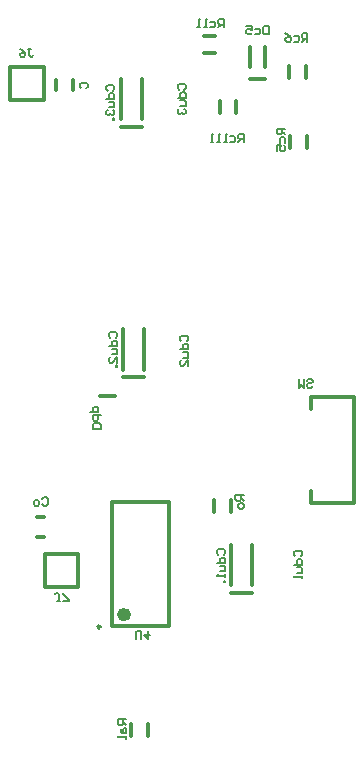
<source format=gbr>
%TF.GenerationSoftware,Altium Limited,Altium Designer,19.0.15 (446)*%
G04 Layer_Color=65535*
%FSLAX42Y42*%
%MOMM*%
%TF.FileFunction,Legend,Bot*%
%TF.Part,Single*%
G01*
G75*
%TA.AperFunction,NonConductor*%
%ADD37C,0.60*%
%ADD38C,0.25*%
%ADD39C,0.30*%
%ADD40C,0.20*%
D37*
X5152Y6996D02*
G03*
X5152Y6996I-30J0D01*
G01*
D38*
X4922Y6892D02*
G03*
X4922Y6892I-12J0D01*
G01*
D39*
X7065Y7940D02*
Y8840D01*
X6705D02*
X7065D01*
X6705Y7940D02*
X7065D01*
X6705Y8740D02*
Y8840D01*
Y7940D02*
Y8040D01*
X5880Y7863D02*
Y7962D01*
X6025Y7863D02*
Y7962D01*
X4160Y11632D02*
X4440D01*
X4160Y11352D02*
Y11632D01*
Y11352D02*
X4440D01*
Y11632D01*
X5095Y11122D02*
X5275D01*
Y11190D02*
Y11530D01*
X5095Y11190D02*
Y11530D01*
X5110Y9003D02*
X5290D01*
Y9070D02*
Y9410D01*
X5110Y9070D02*
Y9410D01*
X4918Y8850D02*
X5047D01*
X5022Y7946D02*
X5502D01*
X5022Y6896D02*
X5502D01*
Y7946D01*
X5022Y6896D02*
Y7946D01*
X6025Y7175D02*
X6205D01*
Y7243D02*
Y7582D01*
X6025Y7243D02*
Y7582D01*
X4693Y11438D02*
Y11518D01*
X4543Y11438D02*
Y11518D01*
X5795Y11893D02*
X5895D01*
X5795Y11753D02*
X5895D01*
X6670Y10945D02*
Y11045D01*
X6530Y10945D02*
Y11045D01*
X4455Y7225D02*
Y7505D01*
X4455D02*
X4735D01*
Y7225D02*
Y7505D01*
X4455Y7225D02*
X4735D01*
X6665Y11538D02*
Y11638D01*
X6520Y11538D02*
Y11638D01*
X5933Y11242D02*
Y11342D01*
X6067Y11242D02*
Y11342D01*
X6185Y11633D02*
Y11802D01*
X6315Y11633D02*
Y11802D01*
X6185Y11533D02*
X6315D01*
X4388Y7825D02*
X4447D01*
X4388Y7655D02*
X4447D01*
X5182Y5970D02*
Y6070D01*
X5328Y5970D02*
Y6070D01*
D40*
X6671Y8976D02*
X6683Y8987D01*
X6706D01*
X6718Y8976D01*
Y8964D01*
X6706Y8952D01*
X6683D01*
X6671Y8941D01*
Y8929D01*
X6683Y8918D01*
X6706D01*
X6718Y8929D01*
X6648Y8987D02*
Y8918D01*
X6624Y8941D01*
X6601Y8918D01*
Y8987D01*
X6135Y8007D02*
X6065D01*
Y7973D01*
X6077Y7961D01*
X6100D01*
X6112Y7973D01*
Y8007D01*
Y7984D02*
X6135Y7961D01*
Y7926D02*
Y7903D01*
X6123Y7891D01*
X6100D01*
X6088Y7903D01*
Y7926D01*
X6100Y7938D01*
X6123D01*
X6135Y7926D01*
X4308Y11787D02*
X4332D01*
X4320D01*
Y11729D01*
X4332Y11718D01*
X4343D01*
X4355Y11729D01*
X4238Y11787D02*
X4262Y11776D01*
X4285Y11752D01*
Y11729D01*
X4273Y11718D01*
X4250D01*
X4238Y11729D01*
Y11741D01*
X4250Y11752D01*
X4285D01*
X5587Y11441D02*
X5575Y11453D01*
Y11476D01*
X5587Y11488D01*
X5633D01*
X5645Y11476D01*
Y11453D01*
X5633Y11441D01*
X5575Y11371D02*
X5645D01*
Y11406D01*
X5633Y11418D01*
X5610D01*
X5598Y11406D01*
Y11371D01*
Y11348D02*
X5633D01*
X5645Y11336D01*
Y11301D01*
X5598D01*
X5587Y11278D02*
X5575Y11266D01*
Y11243D01*
X5587Y11231D01*
X5598D01*
X5610Y11243D01*
Y11254D01*
Y11243D01*
X5622Y11231D01*
X5633D01*
X5645Y11243D01*
Y11266D01*
X5633Y11278D01*
X4982Y11431D02*
X4970Y11443D01*
Y11466D01*
X4982Y11478D01*
X5028D01*
X5040Y11466D01*
Y11443D01*
X5028Y11431D01*
X4970Y11361D02*
X5040D01*
Y11396D01*
X5028Y11408D01*
X5005D01*
X4993Y11396D01*
Y11361D01*
Y11338D02*
X5028D01*
X5040Y11326D01*
Y11291D01*
X4993D01*
X4982Y11268D02*
X4970Y11256D01*
Y11233D01*
X4982Y11221D01*
X4993D01*
X5005Y11233D01*
Y11244D01*
Y11233D01*
X5017Y11221D01*
X5028D01*
X5040Y11233D01*
Y11256D01*
X5028Y11268D01*
X5040Y11198D02*
X5028D01*
Y11186D01*
X5040D01*
Y11198D01*
X5607Y9311D02*
X5595Y9323D01*
Y9346D01*
X5607Y9357D01*
X5653D01*
X5665Y9346D01*
Y9323D01*
X5653Y9311D01*
X5595Y9241D02*
X5665D01*
Y9276D01*
X5653Y9288D01*
X5630D01*
X5618Y9276D01*
Y9241D01*
Y9218D02*
X5653D01*
X5665Y9206D01*
Y9171D01*
X5618D01*
X5665Y9101D02*
Y9148D01*
X5618Y9101D01*
X5607D01*
X5595Y9113D01*
Y9136D01*
X5607Y9148D01*
X5007Y9338D02*
X4995Y9350D01*
Y9373D01*
X5007Y9385D01*
X5053D01*
X5065Y9373D01*
Y9350D01*
X5053Y9338D01*
X4995Y9268D02*
X5065D01*
Y9303D01*
X5053Y9315D01*
X5030D01*
X5018Y9303D01*
Y9268D01*
Y9245D02*
X5053D01*
X5065Y9233D01*
Y9198D01*
X5018D01*
X5065Y9128D02*
Y9175D01*
X5018Y9128D01*
X5007D01*
X4995Y9140D01*
Y9163D01*
X5007Y9175D01*
X5065Y9105D02*
X5053D01*
Y9093D01*
X5065D01*
Y9105D01*
X4925Y8568D02*
X4855D01*
Y8602D01*
X4867Y8614D01*
X4913D01*
X4925Y8602D01*
Y8568D01*
Y8684D02*
X4855D01*
Y8649D01*
X4867Y8637D01*
X4890D01*
X4902Y8649D01*
Y8684D01*
X4832Y8707D02*
X4902D01*
Y8742D01*
X4890Y8754D01*
X4867D01*
X4855Y8742D01*
Y8707D01*
X5222Y6786D02*
Y6844D01*
X5234Y6856D01*
X5257D01*
X5269Y6844D01*
Y6786D01*
X5327Y6856D02*
Y6786D01*
X5292Y6821D01*
X5339D01*
X5919Y7501D02*
X5908Y7513D01*
Y7536D01*
X5919Y7547D01*
X5966D01*
X5978Y7536D01*
Y7513D01*
X5966Y7501D01*
X5908Y7431D02*
X5978D01*
Y7466D01*
X5966Y7478D01*
X5943D01*
X5931Y7466D01*
Y7431D01*
Y7408D02*
X5966D01*
X5978Y7396D01*
Y7361D01*
X5931D01*
X5978Y7338D02*
Y7314D01*
Y7326D01*
X5908D01*
X5919Y7338D01*
X5978Y7279D02*
X5966D01*
Y7268D01*
X5978D01*
Y7279D01*
X6571Y7488D02*
X6560Y7500D01*
Y7523D01*
X6571Y7535D01*
X6618D01*
X6630Y7523D01*
Y7500D01*
X6618Y7488D01*
X6560Y7418D02*
X6630D01*
Y7453D01*
X6618Y7465D01*
X6595D01*
X6583Y7453D01*
Y7418D01*
Y7395D02*
X6618D01*
X6630Y7383D01*
Y7348D01*
X6583D01*
X6630Y7325D02*
Y7302D01*
Y7313D01*
X6560D01*
X6571Y7325D01*
X4757Y11451D02*
X4745Y11463D01*
Y11486D01*
X4757Y11497D01*
X4803D01*
X4815Y11486D01*
Y11463D01*
X4803Y11451D01*
X4582Y7108D02*
X4558D01*
X4570D01*
Y7166D01*
X4558Y7178D01*
X4547D01*
X4535Y7166D01*
X4605Y7108D02*
X4652D01*
Y7119D01*
X4605Y7166D01*
Y7178D01*
X6135Y10997D02*
Y11067D01*
X6100D01*
X6088Y11056D01*
Y11032D01*
X6100Y11021D01*
X6135D01*
X6112D02*
X6088Y10997D01*
X6018Y11044D02*
X6053D01*
X6065Y11032D01*
Y11009D01*
X6053Y10997D01*
X6018D01*
X5995D02*
X5972D01*
X5983D01*
Y11067D01*
X5995Y11056D01*
X5937Y10997D02*
X5913D01*
X5925D01*
Y11067D01*
X5937Y11056D01*
X5878Y10997D02*
X5855D01*
X5867D01*
Y11067D01*
X5878Y11056D01*
X5965Y11968D02*
Y12037D01*
X5930D01*
X5918Y12026D01*
Y12002D01*
X5930Y11991D01*
X5965D01*
X5942D02*
X5918Y11968D01*
X5848Y12014D02*
X5883D01*
X5895Y12002D01*
Y11979D01*
X5883Y11968D01*
X5848D01*
X5825D02*
X5802D01*
X5813D01*
Y12037D01*
X5825Y12026D01*
X5767Y11968D02*
X5743D01*
X5755D01*
Y12037D01*
X5767Y12026D01*
X6675Y11847D02*
Y11917D01*
X6640D01*
X6628Y11906D01*
Y11882D01*
X6640Y11871D01*
X6675D01*
X6652D02*
X6628Y11847D01*
X6558Y11894D02*
X6593D01*
X6605Y11882D01*
Y11859D01*
X6593Y11847D01*
X6558D01*
X6488Y11917D02*
X6512Y11906D01*
X6535Y11882D01*
Y11859D01*
X6523Y11847D01*
X6500D01*
X6488Y11859D01*
Y11871D01*
X6500Y11882D01*
X6535D01*
X6485Y11107D02*
X6415D01*
Y11073D01*
X6427Y11061D01*
X6450D01*
X6462Y11073D01*
Y11107D01*
Y11084D02*
X6485Y11061D01*
X6438Y10991D02*
Y11026D01*
X6450Y11038D01*
X6473D01*
X6485Y11026D01*
Y10991D01*
X6415Y10921D02*
Y10968D01*
X6450D01*
X6438Y10944D01*
Y10933D01*
X6450Y10921D01*
X6473D01*
X6485Y10933D01*
Y10956D01*
X6473Y10968D01*
X5140Y6108D02*
X5070D01*
Y6073D01*
X5082Y6061D01*
X5105D01*
X5117Y6073D01*
Y6108D01*
Y6084D02*
X5140Y6061D01*
X5093Y6026D02*
Y6003D01*
X5105Y5991D01*
X5140D01*
Y6026D01*
X5128Y6038D01*
X5117Y6026D01*
Y5991D01*
X5140Y5968D02*
Y5944D01*
Y5956D01*
X5070D01*
X5082Y5968D01*
X6345Y11977D02*
Y11907D01*
X6310D01*
X6298Y11919D01*
Y11966D01*
X6310Y11977D01*
X6345D01*
X6228Y11954D02*
X6263D01*
X6275Y11942D01*
Y11919D01*
X6263Y11907D01*
X6228D01*
X6158Y11977D02*
X6205D01*
Y11942D01*
X6182Y11954D01*
X6170D01*
X6158Y11942D01*
Y11919D01*
X6170Y11907D01*
X6193D01*
X6205Y11919D01*
X4428Y7976D02*
X4440Y7987D01*
X4463D01*
X4475Y7976D01*
Y7929D01*
X4463Y7918D01*
X4440D01*
X4428Y7929D01*
X4393Y7918D02*
X4370D01*
X4358Y7929D01*
Y7952D01*
X4370Y7964D01*
X4393D01*
X4405Y7952D01*
Y7929D01*
X4393Y7918D01*
%TF.MD5,e7c05c75fc769aff3901c91a6c331adf*%
M02*

</source>
